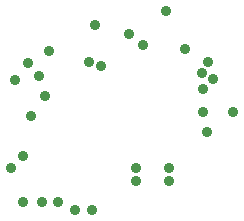
<source format=gbr>
G04 EAGLE Gerber RS-274X export*
G75*
%MOMM*%
%FSLAX34Y34*%
%LPD*%
%INSoldermask Bottom*%
%IPPOS*%
%AMOC8*
5,1,8,0,0,1.08239X$1,22.5*%
G01*
%ADD10C,0.909600*%


D10*
X174000Y78500D03*
X196000Y95000D03*
X170000Y95000D03*
X170000Y115000D03*
X179000Y123000D03*
X175000Y138000D03*
X155000Y149000D03*
X139000Y181000D03*
X108000Y161000D03*
X142000Y37000D03*
X114000Y37000D03*
X76000Y12000D03*
X62000Y12000D03*
X34000Y19000D03*
X18000Y19000D03*
X18000Y58000D03*
X25000Y91500D03*
X36500Y108500D03*
X11000Y122500D03*
X31500Y125500D03*
X22000Y137000D03*
X79000Y169000D03*
X84000Y134000D03*
X74000Y138000D03*
X169500Y128000D03*
X120000Y152000D03*
X114000Y48000D03*
X142000Y48000D03*
X48000Y19000D03*
X40000Y147000D03*
X8000Y48000D03*
M02*

</source>
